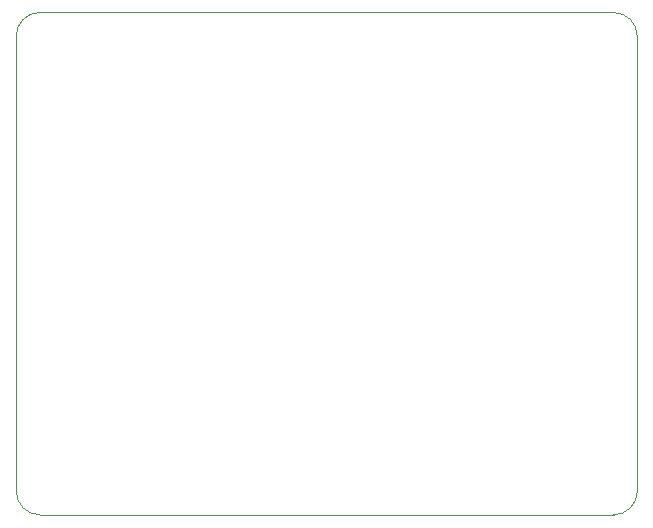
<source format=gbr>
%TF.GenerationSoftware,KiCad,Pcbnew,9.0.2*%
%TF.CreationDate,2025-08-28T12:16:00+10:00*%
%TF.ProjectId,fsr_left,6673725f-6c65-4667-942e-6b696361645f,rev?*%
%TF.SameCoordinates,Original*%
%TF.FileFunction,Profile,NP*%
%FSLAX46Y46*%
G04 Gerber Fmt 4.6, Leading zero omitted, Abs format (unit mm)*
G04 Created by KiCad (PCBNEW 9.0.2) date 2025-08-28 12:16:00*
%MOMM*%
%LPD*%
G01*
G04 APERTURE LIST*
%TA.AperFunction,Profile*%
%ADD10C,0.100000*%
%TD*%
G04 APERTURE END LIST*
D10*
X138920000Y-103660000D02*
G75*
G02*
X136920000Y-101660000I0J2000000D01*
G01*
X189510000Y-101660000D02*
G75*
G02*
X187510000Y-103660000I-2000000J0D01*
G01*
X187510000Y-61130000D02*
G75*
G02*
X189510000Y-63130000I0J-2000000D01*
G01*
X136920000Y-63130000D02*
G75*
G02*
X138920000Y-61130000I2000000J0D01*
G01*
X138920000Y-61130000D02*
X187510000Y-61130000D01*
X187510000Y-103660000D02*
X138920000Y-103660000D01*
X189510000Y-63130000D02*
X189510000Y-101660000D01*
X136920000Y-101660000D02*
X136920000Y-63130000D01*
M02*

</source>
